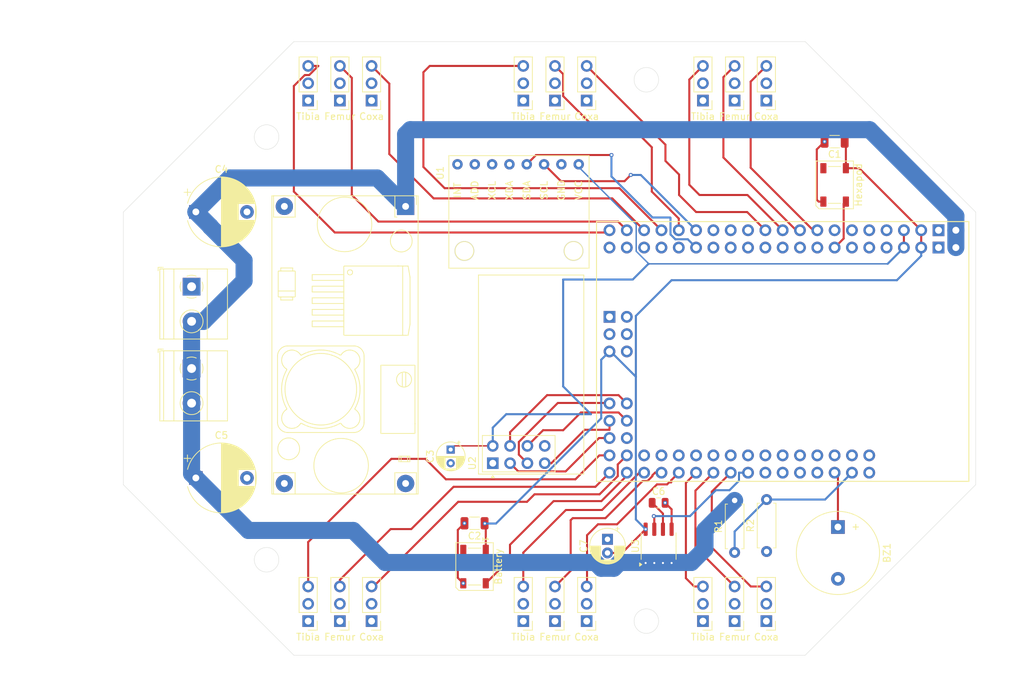
<source format=kicad_pcb>
(kicad_pcb (version 20240108) (generator "pcbnew") (generator_version "8.0")
  (layers (0 "F.Cu" signal "Signal") (1 "In1.Cu" power "Ground") (2 "In2.Cu" power "Power") (31 "B.Cu" signal "Back") (34 "B.Paste" user) (35 "F.Paste" user) (36 "B.SilkS" user "B.Silkscreen") (37 "F.SilkS" user "F.Silkscreen") (38 "B.Mask" user) (39 "F.Mask" user) (44 "Edge.Cuts" user))
  (net 0 "")
  (net 1 "+5V")
  (net 2 "GND")
  (net 3 "LED1")
  (net 4 "LED2")
  (net 6 "S1")
  (net 7 "VIN")
  (net 8 "S2")
  (net 9 "S3")
  (net 10 "S4")
  (net 11 "S5")
  (net 12 "S6")
  (net 13 "S7")
  (net 14 "S8")
  (net 15 "S9")
  (net 16 "S10")
  (net 17 "S11")
  (net 18 "S12")
  (net 19 "S13")
  (net 20 "S14")
  (net 21 "S15")
  (net 22 "S16")
  (net 23 "S17")
  (net 24 "S18")
  (net 25 "SDA")
  (net 30 "+3.3V")
  (net 31 "SCL")
  (net 32 "MISO")
  (net 33 "CSN")
  (net 35 "SCK")
  (net 37 "MOSI")
  (net 39 "VD Reading")
  (net 40 "Buzzer")
  (net 47 "Net-(U3-FILTER)")
  (net 64 "Current Reading")
  (net 88 "CE")
  (net 89 "S+")
  (footprint "Connector_PinHeader_2.54mm:PinHeader_1x03_P2.54mm_Vertical" (layer "F.Cu") (at 143.65 53.65 180)
    (property "Reference" "Tibia")
    (property "Value" "Conn_01x03_Pin" (hide yes))
  )
  (footprint "LED_SMD:LED_WS2812B_PLCC4_5.0x5.0mm_P3.2mm" (layer "F.Cu") (at 189.315 66.02 -90)
    (property "Reference" "Hexapod")
    (property "Value" "WS2812B" (hide yes))
  )
  (footprint "Capacitor_SMD:C_1206_3216Metric" (layer "F.Cu") (at 189.315 59.67 180)
    (property "Reference" "C1")
    (property "Value" "104 0.1μF" (hide yes))
  )
  (footprint "TerminalBlock_Phoenix:TerminalBlock_Phoenix_MKDS-1,5-2-5.08_1x02_P5.08mm_Horizontal" (layer "F.Cu") (at 95 80.95 -90)
    (property "Reference" "J1" (hide yes))
    (property "Value" "Battery" (hide yes))
  )
  (footprint "Connector_PinHeader_2.54mm:PinHeader_1x03_P2.54mm_Vertical" (layer "F.Cu") (at 174.65 53.65 180)
    (property "Reference" "Femur")
    (property "Value" "Conn_01x03_Pin" (hide yes))
  )
  (footprint "usini_sensors:YAAJ_DCDC_StepDown_LM2596" (layer "F.Cu") (at 126.39 69.17 -90)
    (property "Reference" "REF**" (hide yes))
    (property "Value" "YAAJ_DCDC_StepDown_LM2596" (hide yes))
  )
  (footprint "LED_SMD:LED_WS2812B_PLCC4_5.0x5.0mm_P3.2mm" (layer "F.Cu") (at 136.5 122 -90)
    (property "Reference" "Battery")
    (property "Value" "WS2812B" (hide yes))
  )
  (footprint "Capacitor_THT:CP_Radial_D4.0mm_P2.00mm" (layer "F.Cu") (at 133 104.8395 -90)
    (property "Reference" "C3")
    (property "Value" "16V 22μF" (hide yes))
  )
  (footprint "Capacitor_THT:CP_Radial_D10.0mm_P7.50mm" (layer "F.Cu") (at 95.625 109)
    (property "Reference" "C5")
    (property "Value" "16V 1mF")
  )
  (footprint "Package_SO:SOIC-8_3.9x4.9mm_P1.27mm" (layer "F.Cu") (at 163.5 119 90)
    (property "Reference" "U3")
    (property "Value" "ACS712xLCTR-05B" (hide yes))
  )
  (footprint "Buzzer_Beeper:Buzzer_12x9.5RM7.6" (layer "F.Cu") (at 189.8 116.2 -90)
    (property "Reference" "BZ1")
    (property "Value" "Buzzer")
  )
  (footprint "Connector_PinHeader_2.54mm:PinHeader_1x03_P2.54mm_Vertical" (layer "F.Cu") (at 148.3 130 180)
    (property "Reference" "Femur")
    (property "Value" "Conn_01x03_Pin" (hide yes))
  )
  (footprint "Connector_PinHeader_2.54mm:PinHeader_1x03_P2.54mm_Vertical" (layer "F.Cu") (at 152.95 53.65 180)
    (property "Reference" "Coxa")
    (property "Value" "Conn_01x03_Pin" (hide yes))
  )
  (footprint "Connector_PinHeader_2.54mm:PinHeader_1x03_P2.54mm_Vertical" (layer "F.Cu") (at 179.3 130 180)
    (property "Reference" "Coxa")
    (property "Value" "Conn_01x03_Pin" (hide yes))
  )
  (footprint "Capacitor_THT:CP_Radial_D5.0mm_P2.00mm" (layer "F.Cu") (at 156 118 -90)
    (property "Reference" "C7")
    (property "Value" "50V 0.1μF" (hide yes))
  )
  (footprint "Connector_PinHeader_2.54mm:PinHeader_1x03_P2.54mm_Vertical" (layer "F.Cu") (at 174.65 130 180)
    (property "Reference" "Femur")
    (property "Value" "Conn_01x03_Pin" (hide yes))
  )
  (footprint "Connector_PinHeader_2.54mm:PinHeader_1x03_P2.54mm_Vertical" (layer "F.Cu") (at 179.3 53.65 180)
    (property "Reference" "Coxa")
    (property "Value" "Conn_01x03_Pin" (hide yes))
  )
  (footprint "Connector_PinHeader_2.54mm:PinHeader_1x03_P2.54mm_Vertical" (layer "F.Cu") (at 121.4 53.65 180)
    (property "Reference" "Coxa")
    (property "Value" "Conn_01x03_Pin" (hide yes))
  )
  (footprint "Capacitor_SMD:C_0805_2012Metric" (layer "F.Cu") (at 163.5 112.65)
    (property "Reference" "C6")
    (property "Value" "102 1nf" (hide yes))
  )
  (footprint "Connector_PinHeader_2.54mm:PinHeader_1x03_P2.54mm_Vertical" (layer "F.Cu") (at 112.1 130 180)
    (property "Reference" "Tibia")
    (property "Value" "Conn_01x03_Pin" (hide yes))
  )
  (footprint "Connector_PinHeader_2.54mm:PinHeader_1x03_P2.54mm_Vertical" (layer "F.Cu") (at 116.75 130 180)
    (property "Reference" "Femur")
    (property "Value" "Conn_01x03_Pin" (hide yes))
  )
  (footprint "Connector_PinHeader_2.54mm:PinHeader_1x03_P2.54mm_Vertical" (layer "F.Cu") (at 170 130 180)
    (property "Reference" "Tibia")
    (property "Value" "Conn_01x03_Pin" (hide yes))
  )
  (footprint "RF_Module:nRF24L01_Breakout" (layer "F.Cu") (at 139.175 106.8395 90)
    (property "Reference" "U2")
    (property "Value" "NRF24L01_Breakout")
  )
  (footprint "Arduino Library:Clone_Mega2560_Pro_Socket" (layer "F.Cu") (at 209 109.5 180)
    (property "Reference" "A1" (hide yes))
    (property "Value" "Aurduino Mega 2560 Pro" (hide yes))
  )
  (footprint "Connector_PinHeader_2.54mm:PinHeader_1x03_P2.54mm_Vertical" (layer "F.Cu") (at 143.65 130 180)
    (property "Reference" "Tibia")
    (property "Value" "Conn_01x03_Pin" (hide yes))
  )
  (footprint "Connector_PinHeader_2.54mm:PinHeader_1x03_P2.54mm_Vertical" (layer "F.Cu") (at 121.4 130 180)
    (property "Reference" "Coxa")
    (property "Value" "Conn_01x03_Pin" (hide yes))
  )
  (footprint "Connector_PinHeader_2.54mm:PinHeader_1x03_P2.54mm_Vertical" (layer "F.Cu") (at 152.95 130 180)
    (property "Reference" "Coxa")
    (property "Value" "Conn_01x03_Pin" (hide yes))
  )
  (footprint "Capacitor_THT:CP_Radial_D10.0mm_P7.50mm" (layer "F.Cu") (at 95.625 69.98)
    (property "Reference" "C4")
    (property "Value" "16V 1mF" (hide yes))
  )
  (footprint "Connector_PinHeader_2.54mm:PinHeader_1x03_P2.54mm_Vertical" (layer "F.Cu") (at 112.1 53.65 180)
    (property "Reference" "Tibia")
    (property "Value" "Conn_01x03_Pin" (hide yes))
  )
  (footprint "Capacitor_SMD:C_1206_3216Metric" (layer "F.Cu") (at 136.5 115.65 180)
    (property "Reference" "C2")
    (property "Value" "104 0.1μF" (hide yes))
  )
  (footprint "Connector_PinHeader_2.54mm:PinHeader_1x03_P2.54mm_Vertical" (layer "F.Cu") (at 170 53.65 180)
    (property "Reference" "Tibia")
    (property "Value" "Conn_01x03_Pin" (hide yes))
  )
  (footprint "Resistor_THT:R_Axial_DIN0207_L6.3mm_D2.5mm_P7.62mm_Horizontal" (layer "F.Cu") (at 179.3376 119.79 90)
    (property "Reference" "R2")
    (property "Value" "100kΩ" (hide yes))
  )
  (footprint "Connector_PinHeader_2.54mm:PinHeader_1x03_P2.54mm_Vertical" (layer "F.Cu") (at 148.3 53.65 180)
    (property "Reference" "Femur")
    (property "Value" "Conn_01x03_Pin" (hide yes))
  )
  (footprint "usini_sensors:module_mpu6050" (layer "F.Cu") (at 134 63 -90)
    (property "Reference" "U1")
    (property "Value" "MPU6050" (hide yes))
  )
  (footprint "Resistor_THT:R_Axial_DIN0207_L6.3mm_D2.5mm_P7.62mm_Horizontal" (layer "F.Cu") (at 174.65 119.92 90)
    (property "Reference" "R1")
    (property "Value" "100kΩ" (hide yes))
  )
  (footprint "TerminalBlock_Phoenix:TerminalBlock_Phoenix_MKDS-1,5-2-5.08_1x02_P5.08mm_Horizontal" (layer "F.Cu") (at 95 92.95 -90)
    (property "Reference" "J1" (hide yes))
    (property "Value" "Battery" (hide yes))
  )
  (footprint "Connector_PinHeader_2.54mm:PinHeader_1x03_P2.54mm_Vertical" (layer "F.Cu") (at 116.75 53.65 180)
    (property "Reference" "Femur")
    (property "Value" "Conn_01x03_Pin" (hide yes))
  )
  (gr_circle (center 106 121) (end 107.8 121) (stroke (width 0.05)) (fill none) (layer "Edge.Cuts"))
  (gr_line (start 185 45) (end 210 70) (stroke (width 0.05)) (layer "Edge.Cuts"))
  (gr_circle (center 161.7 130) (end 163.5 130) (stroke (width 0.05)) (fill none) (layer "Edge.Cuts"))
  (gr_line (start 110 135) (end 85 110) (stroke (width 0.05)) (layer "Edge.Cuts"))
  (gr_circle (center 106 59) (end 106 57.2) (stroke (width 0.05)) (fill none) (layer "Edge.Cuts"))
  (gr_line (start 185 135) (end 210 110) (stroke (width 0.05)) (layer "Edge.Cuts"))
  (gr_line (start 85 70) (end 110 45) (stroke (width 0.05)) (layer "Edge.Cuts"))
  (gr_circle (center 135.01 75.72) (end 136.41 75.4) (stroke (width 0.05)) (fill none) (layer "Edge.Cuts"))
  (gr_line (start 210 70) (end 210 110) (stroke (width 0.05)) (layer "Edge.Cuts"))
  (gr_line (start 110 45) (end 185 45) (stroke (width 0.05)) (layer "Edge.Cuts"))
  (gr_line (start 110 135) (end 185 135) (stroke (width 0.05)) (layer "Edge.Cuts"))
  (gr_line (start 85 110) (end 85 70) (stroke (width 0.05)) (layer "Edge.Cuts"))
  (gr_circle (center 151.02 75.706105) (end 152.42 75.386105) (stroke (width 0.05)) (fill none) (layer "Edge.Cuts"))
  (gr_circle (center 161.7 50.6) (end 163.5 50.6) (stroke (width 0.05)) (fill none) (layer "Edge.Cuts"))
  (segment (start 161.595 116.525) (end 158.12 120) (width 0.3) (layer "F.Cu") (net 1))
  (segment (start 158.12 120) (end 156 120) (width 0.3) (layer "F.Cu") (net 1))
  (segment (start 190.965 59.845) (end 190.79 59.67) (width 0.3) (layer "F.Cu") (net 1))
  (segment (start 138.0125 115.6875) (end 137.975 115.65) (width 0.3) (layer "F.Cu") (net 1))
  (segment (start 190.965 63.57) (end 190.965 59.845) (width 0.3) (layer "F.Cu") (net 1))
  (segment (start 190.965 63.57) (end 192.915 63.57) (width 0.3) (layer "F.Cu") (net 1))
  (segment (start 202.015 72.67) (end 202.015 75.21) (width 0.3) (layer "F.Cu") (net 1))
  (segment (start 138.15 119.55) (end 138.15 115.825) (width 0.3) (layer "F.Cu") (net 1))
  (segment (start 138.15 115.825) (end 138.0125 115.6875) (width 0.3) (layer "F.Cu") (net 1))
  (segment (start 192.915 63.57) (end 202.015 72.67) (width 0.3) (layer "F.Cu") (net 1))
  (via (at 161.595 116.525) (size 0.6) (drill 0.3) (layers "F.Cu" "B.Cu") (net 1))
  (via (at 138.0125 115.6875) (size 0.6) (drill 0.3) (layers "F.Cu" "B.Cu") (net 1))
  (segment (start 155.0814 91.6636) (end 155.0814 100.250157) (width 0.3) (layer "B.Cu") (net 1))
  (segment (start 155.0814 100.250157) (end 139.644057 115.6875) (width 0.3) (layer "B.Cu") (net 1))
  (segment (start 198.446314 80) (end 165.4 80) (width 0.3) (layer "B.Cu") (net 1))
  (segment (start 160.1614 115.0914) (end 160.1614 94.154973) (width 0.3) (layer "B.Cu") (net 1))
  (segment (start 160.1614 94.154973) (end 156.456427 90.45) (width 0.3) (layer "B.Cu") (net 1))
  (segment (start 139.644057 115.6875) (end 138.0125 115.6875) (width 0.3) (layer "B.Cu") (net 1))
  (segment (start 161.595 116.525) (end 160.1614 115.0914) (width 0.3) (layer "B.Cu") (net 1))
  (segment (start 165.4 80) (end 160.1614 85.2386) (width 0.3) (layer "B.Cu") (net 1))
  (segment (start 156.456427 90.45) (end 156.295 90.45) (width 0.3) (layer "B.Cu") (net 1))
  (segment (start 202.015 76.431314) (end 198.446314 80) (width 0.3) (layer "B.Cu") (net 1))
  (segment (start 160.1614 85.2386) (end 160.1614 94.154973) (width 0.3) (layer "B.Cu") (net 1))
  (segment (start 202.015 75.21) (end 202.015 76.431314) (width 0.3) (layer "B.Cu") (net 1))
  (segment (start 156.295 90.45) (end 155.0814 91.6636) (width 0.3) (layer "B.Cu") (net 1))
  (segment (start 186.7 60.81) (end 187.84 59.67) (width 0.3) (layer "F.Cu") (net 2))
  (segment (start 186.7 68.2) (end 186.7 60.81) (width 0.3) (layer "F.Cu") (net 2))
  (segment (start 155.9775 85.6875) (end 156.295 85.37) (width 0.5) (layer "F.Cu") (net 2))
  (segment (start 187.665 68.47) (end 186.97 68.47) (width 0.3) (layer "F.Cu") (net 2))
  (segment (start 186.97 68.47) (end 186.7 68.2) (width 0.3) (layer "F.Cu") (net 2))
  (segment (start 134.85 124.45) (end 134.05 123.65) (width 0.3) (layer "F.Cu") (net 2))
  (segment (start 165.405 116.525) (end 165.405 113.605) (width 0.3) (layer "F.Cu") (net 2))
  (segment (start 134.05 123.65) (end 134.05 116.625) (width 0.3) (layer "F.Cu") (net 2))
  (segment (start 165.405 113.605) (end 164.45 112.65) (width 0.3) (layer "F.Cu") (net 2))
  (segment (start 134.05 116.625) (end 135.025 115.65) (width 0.3) (layer "F.Cu") (net 2))
  (via (at 164.45 112.65) (size 0.6) (drill 0.3) (layers "F.Cu" "B.Cu") (net 2))
  (via (at 134.85 124.45) (size 0.6) (drill 0.3) (layers "F.Cu" "B.Cu") (net 2))
  (via (at 135.025 115.65) (size 0.6) (drill 0.3) (layers "F.Cu" "B.Cu") (net 2))
  (via (at 187.84 59.67) (size 0.6) (drill 0.3) (layers "F.Cu" "B.Cu") (net 2))
  (segment (start 190.6414 73.8836) (end 189.315 75.21) (width 0.3) (layer "F.Cu") (net 3))
  (segment (start 190.6414 68.7936) (end 190.6414 73.8836) (width 0.3) (layer "F.Cu") (net 3))
  (segment (start 190.965 68.47) (end 190.6414 68.7936) (width 0.3) (layer "F.Cu") (net 3))
  (segment (start 158.835 108.665) (end 158.835 108.23) (width 0.3) (layer "F.Cu") (net 4))
  (segment (start 148.1 112.4) (end 155.1 112.4) (width 0.3) (layer "F.Cu") (net 4))
  (segment (start 141.7 120.9) (end 141.7 118.8) (width 0.3) (layer "F.Cu") (net 4))
  (segment (start 141.7 118.8) (end 148.1 112.4) (width 0.3) (layer "F.Cu") (net 4))
  (segment (start 138.15 124.45) (end 141.7 120.9) (width 0.3) (layer "F.Cu") (net 4))
  (segment (start 155.1 112.4) (end 158.835 108.665) (width 0.3) (layer "F.Cu") (net 4))
  (segment (start 171.3 119.2) (end 171.3 111.005) (width 0.3) (layer "F.Cu") (net 6))
  (segment (start 177.02 124.92) (end 171.3 119.2) (width 0.3) (layer "F.Cu") (net 6))
  (segment (start 179.3 124.92) (end 177.02 124.92) (width 0.3) (layer "F.Cu") (net 6))
  (segment (start 171.3 111.005) (end 174.075 108.23) (width 0.3) (layer "F.Cu") (net 6))
  (via (at 165.405 121.475) (size 0.6) (drill 0.3) (layers "F.Cu" "B.Cu") (net 7))
  (via (at 161.595 121.475) (size 0.6) (drill 0.3) (layers "F.Cu" "B.Cu") (net 7))
  (via (at 162.865 121.475) (size 0.6) (drill 0.3) (layers "F.Cu" "B.Cu") (net 7))
  (via (at 164.135 121.475) (size 0.6) (drill 0.3) (layers "F.Cu" "B.Cu") (net 7))
  (segment (start 126.39 58.61) (end 126.39 69.17) (width 2.5) (layer "B.Cu") (net 7))
  (segment (start 95 108.375) (end 95.625 109) (width 2.5) (layer "B.Cu") (net 7))
  (segment (start 95.625 109) (end 103.325 116.7) (width 2.5) (layer "B.Cu") (net 7))
  (segment (start 154.218019 121.4) (end 155.068019 122.25) (width 2.5) (layer "B.Cu") (net 7))
  (segment (start 102.7 80.09) (end 96.76 86.03) (width 2.5) (layer "B.Cu") (net 7))
  (segment (start 168.3 121.4) (end 170.3 119.4) (width 2.5) (layer "B.Cu") (net 7))
  (segment (start 207.095 70.5828) (end 194.4322 57.92) (width 2.5) (layer "B.Cu") (net 7))
  (segment (start 207.095 72.67) (end 207.095 75.21) (width 2.5) (layer "B.Cu") (net 7))
  (segment (start 207.095 72.67) (end 207.095 70.5828) (width 2.5) (layer "B.Cu") (net 7))
  (segment (start 156.931981 122.25) (end 157.781981 121.4) (width 2.5) (layer "B.Cu") (net 7))
  (segment (start 102.7 77.1) (end 102.7 80.09) (width 2.5) (layer "B.Cu") (net 7))
  (segment (start 126.39 69.17) (end 122.22 65) (width 2.5) (layer "B.Cu") (net 7))
  (segment (start 97.75 72.15) (end 102.7 77.1) (width 2.5) (layer "B.Cu") (net 7))
  (segment (start 122.22 65) (end 100.605 65) (width 2.5) (layer "B.Cu") (net 7))
  (segment (start 95 92.95) (end 95 98.03) (width 2.5) (layer "B.Cu") (net 7))
  (segment (start 127.08 57.92) (end 126.39 58.61) (width 2.5) (layer "B.Cu") (net 7))
  (segment (start 170.3 116.65) (end 174.65 112.3) (width 2.5) (layer "B.Cu") (net 7))
  (segment (start 123.4 121.4) (end 154.218019 121.4) (width 2.5) (layer "B.Cu") (net 7))
  (segment (start 155.068019 122.25) (end 156.931981 122.25) (width 2.5) (layer "B.Cu") (net 7))
  (segment (start 96.76 86.03) (end 95 86.03) (width 2.5) (layer "B.Cu") (net 7))
  (segment (start 97.75 72.105) (end 97.75 72.15) (width 2.5) (layer "B.Cu") (net 7))
  (segment (start 157.781981 121.4) (end 168.3 121.4) (width 2.5) (layer "B.Cu") (net 7))
  (segment (start 95.625 69.98) (end 97.75 72.105) (width 2.5) (layer "B.Cu") (net 7))
  (segment (start 170.3 119.4) (end 170.3 116.65) (width 2.5) (layer "B.Cu") (net 7))
  (segment (start 95 86.03) (end 95 92.95) (width 2.5) (layer "B.Cu") (net 7))
  (segment (start 118.7 116.7) (end 123.4 121.4) (width 2.5) (layer "B.Cu") (net 7))
  (segment (start 103.325 116.7) (end 118.7 116.7) (width 2.5) (layer "B.Cu") (net 7))
  (segment (start 95 98.03) (end 95 108.375) (width 2.5) (layer "B.Cu") (net 7))
  (segment (start 194.4322 57.92) (end 127.08 57.92) (width 2.5) (layer "B.Cu") (net 7))
  (segment (start 100.605 65) (end 95.625 69.98) (width 2.5) (layer "B.Cu") (net 7))
  (segment (start 168.9 110.865) (end 171.535 108.23) (width 0.3) (layer "F.Cu") (net 8))
  (segment (start 174.65 124.92) (end 168.9 119.17) (width 0.3) (layer "F.Cu") (net 8))
  (segment (start 168.9 119.17) (end 168.9 110.865) (width 0.3) (layer "F.Cu") (net 8))
  (segment (start 167.5 109.725) (end 168.995 108.23) (width 0.3) (layer "F.Cu") (net 9))
  (segment (start 170 124.92) (end 168.72 124.92) (width 0.3) (layer "F.Cu") (net 9))
  (segment (start 167.5 123.7) (end 167.5 109.725) (width 0.3) (layer "F.Cu") (net 9))
  (segment (start 168.72 124.92) (end 167.5 123.7) (width 0.3) (layer "F.Cu") (net 9))
  (segment (start 163.2564 109.9436) (end 164.7414 109.9436) (width 0.3) (layer "F.Cu") (net 10))
  (segment (start 153 124.87) (end 153 117.4) (width 0.3) (layer "F.Cu") (net 10))
  (segment (start 154.6 115.8) (end 157.4 115.8) (width 0.3) (layer "F.Cu") (net 10))
  (segment (start 165.3425 109.6425) (end 165.3425 109.3425) (width 0.3) (layer "F.Cu") (net 10))
  (segment (start 152.95 124.92) (end 153 124.87) (width 0.3) (layer "F.Cu") (net 10))
  (segment (start 157.4 115.8) (end 163.2564 109.9436) (width 0.3) (layer "F.Cu") (net 10))
  (segment (start 165.0425 109.6425) (end 165.3425 109.6425) (width 0.3) (layer "F.Cu") (net 10))
  (segment (start 153 117.4) (end 154.6 115.8) (width 0.3) (layer "F.Cu") (net 10))
  (segment (start 164.7414 109.9436) (end 165.0425 109.6425) (width 0.3) (layer "F.Cu") (net 10))
  (segment (start 165.3425 109.3425) (end 166.455 108.23) (width 0.3) (layer "F.Cu") (net 10))
  (segment (start 162.97 108.23) (end 162.5886 108.6114) (width 0.3) (layer "F.Cu") (net 11))
  (segment (start 150.6 115.2) (end 150.6 122.62) (width 0.3) (layer "F.Cu") (net 11))
  (segment (start 162.5886 108.73269) (end 161.87769 109.4436) (width 0.3) (layer "F.Cu") (net 11))
  (segment (start 150.9 114.9) (end 150.6 115.2) (width 0.3) (layer "F.Cu") (net 11))
  (segment (start 161.87769 109.4436) (end 161.1564 109.4436) (width 0.3) (layer "F.Cu") (net 11))
  (segment (start 150.6 122.62) (end 148.3 124.92) (width 0.3) (layer "F.Cu") (net 11))
  (segment (start 163.915 108.23) (end 162.97 108.23) (width 0.3) (layer "F.Cu") (net 11))
  (segment (start 155.7 114.9) (end 150.9 114.9) (width 0.3) (layer "F.Cu") (net 11))
  (segment (start 161.1564 109.4436) (end 155.7 114.9) (width 0.3) (layer "F.Cu") (net 11))
  (segment (start 162.5886 108.6114) (end 162.5886 108.73269) (width 0.3) (layer "F.Cu") (net 11))
  (segment (start 149.9 113.7) (end 155.2 113.7) (width 0.3) (layer "F.Cu") (net 12))
  (segment (start 160.67 108.23) (end 161.375 108.23) (width 0.3) (layer "F.Cu") (net 12))
  (segment (start 155.2 113.7) (end 160.67 108.23) (width 0.3) (layer "F.Cu") (net 12))
  (segment (start 143.65 124.92) (end 143.65 119.95) (width 0.3) (layer "F.Cu") (net 12))
  (segment (start 143.65 119.95) (end 149.9 113.7) (width 0.3) (layer "F.Cu") (net 12))
  (segment (start 157.5086 107.0164) (end 158.835 105.69) (width 0.3) (layer "F.Cu") (net 13))
  (segment (start 145.3 111.4) (end 154.84129 111.4) (width 0.3) (layer "F.Cu") (net 13))
  (segment (start 144.2 112.5) (end 145.3 111.4) (width 0.3) (layer "F.Cu") (net 13))
  (segment (start 121.68 124.92) (end 134.1 112.5) (width 0.3) (layer "F.Cu") (net 13))
  (segment (start 121.4 124.92) (end 121.68 124.92) (width 0.3) (layer "F.Cu") (net 13))
  (segment (start 134.1 112.5) (end 144.2 112.5) (width 0.3) (layer "F.Cu") (net 13))
  (segment (start 157.5086 108.73269) (end 157.5086 107.0164) (width 0.3) (layer "F.Cu") (net 13))
  (segment (start 154.84129 111.4) (end 157.5086 108.73269) (width 0.3) (layer "F.Cu") (net 13))
  (segment (start 127.22 116.5) (end 124.2 116.5) (width 0.3) (layer "F.Cu") (net 14))
  (segment (start 156.295 108.23) (end 154.225 110.3) (width 0.3) (layer "F.Cu") (net 14))
  (segment (start 154.225 110.3) (end 133.42 110.3) (width 0.3) (layer "F.Cu") (net 14))
  (segment (start 124.2 116.5) (end 116.75 123.95) (width 0.3) (layer "F.Cu") (net 14))
  (segment (start 133.42 110.3) (end 127.22 116.5) (width 0.3) (layer "F.Cu") (net 14))
  (segment (start 116.75 123.95) (end 116.75 124.92) (width 0.3) (layer "F.Cu") (net 14))
  (segment (start 151.3 109.2) (end 132.3 109.2) (width 0.3) (layer "F.Cu") (net 15))
  (segment (start 112.1 118.4) (end 112.1 124.92) (width 0.3) (layer "F.Cu") (net 15))
  (segment (start 156.295 105.69) (end 154.81 105.69) (width 0.3) (layer "F.Cu") (net 15))
  (segment (start 132.3 109.2) (end 129.3 106.2) (width 0.3) (layer "F.Cu") (net 15))
  (segment (start 129.3 106.2) (end 124.3 106.2) (width 0.3) (layer "F.Cu") (net 15))
  (segment (start 124.3 106.2) (end 112.1 118.4) (width 0.3) (layer "F.Cu") (net 15))
  (segment (start 154.81 105.69) (end 151.3 109.2) (width 0.3) (layer "F.Cu") (net 15))
  (segment (start 177 63.5) (end 186.17 72.67) (width 0.3) (layer "F.Cu") (net 16))
  (segment (start 179.3 48.57) (end 177 50.87) (width 0.3) (layer "F.Cu") (net 16))
  (segment (start 177 50.87) (end 177 63.5) (width 0.3) (layer "F.Cu") (net 16))
  (segment (start 186.17 72.67) (end 186.775 72.67) (width 0.3) (layer "F.Cu") (net 16))
  (segment (start 183.67 72.67) (end 184.235 72.67) (width 0.3) (layer "F.Cu") (net 17))
  (segment (start 173 50.22) (end 173 62) (width 0.3) (layer "F.Cu") (net 17))
  (segment (start 174.65 48.57) (end 173 50.22) (width 0.3) (layer "F.Cu") (net 17))
  (segment (start 173 62) (end 183.67 72.67) (width 0.3) (layer "F.Cu") (net 17))
  (segment (start 168 50.57) (end 168 66) (width 0.3) (layer "F.Cu") (net 18))
  (segment (start 168 66) (end 169.5 67.5) (width 0.3) (layer "F.Cu") (net 18))
  (segment (start 176.525 67.5) (end 181.695 72.67) (width 0.3) (layer "F.Cu") (net 18))
  (segment (start 169.5 67.5) (end 176.525 67.5) (width 0.3) (layer "F.Cu") (net 18))
  (segment (start 170 48.57) (end 168 50.57) (width 0.3) (layer "F.Cu") (net 18))
  (segment (start 164.5 60.12) (end 164.5 62.5) (width 0.3) (layer "F.Cu") (net 19))
  (segment (start 176.485 70) (end 179.155 72.67) (width 0.3) (layer "F.Cu") (net 19))
  (segment (start 169 70) (end 176.485 70) (width 0.3) (layer "F.Cu") (net 19))
  (segment (start 166.5 67.5) (end 169 70) (width 0.3) (layer "F.Cu") (net 19))
  (segment (start 166.5 64.5) (end 166.5 67.5) (width 0.3) (layer "F.Cu") (net 19))
  (segment (start 152.95 48.57) (end 164.5 60.12) (width 0.3) (layer "F.Cu") (net 19))
  (segment (start 164.5 62.5) (end 166.5 64.5) (width 0.3) (layer "F.Cu") (net 19))
  (segment (start 149.5 49.77) (end 148.3 48.57) (width 0.3) (layer "F.Cu") (net 20))
  (segment (start 155 58.5) (end 149.5 53) (width 0.3) (layer "F.Cu") (net 20))
  (segment (start 162.5 60.5) (end 160.5 58.5) (width 0.3) (layer "F.Cu") (net 20))
  (segment (start 162.5 67) (end 162.5 60.5) (width 0.3) (layer "F.Cu") (net 20))
  (segment (start 149.5 53) (end 149.5 49.77) (width 0.3) (layer "F.Cu") (net 20))
  (segment (start 160.5 58.5) (end 155 58.5) (width 0.3) (layer "F.Cu") (net 20))
  (segment (start 166.455 70.955) (end 162.5 67) (width 0.3) (layer "F.Cu") (net 20))
  (segment (start 166.455 72.67) (end 166.455 70.955) (width 0.3) (layer "F.Cu") (net 20))
  (segment (start 129.93 48.57) (end 129 49.5) (width 0.3) (layer "F.Cu") (net 21))
  (segment (start 143.65 48.57) (end 129.93 48.57) (width 0.3) (layer "F.Cu") (net 21))
  (segment (start 132.112 66.5) (end 157.745 66.5) (width 0.3) (layer "F.Cu") (net 21))
  (segment (start 157.745 66.5) (end 163.915 72.67) (width 0.3) (layer "F.Cu") (net 21))
  (segment (start 129 49.5) (end 129 63.388) (width 0.3) (layer "F.Cu") (net 21))
  (segment (start 129 63.388) (end 132.112 66.5) (width 0.3) (layer "F.Cu") (net 21))
  (segment (start 156.705 68) (end 161.375 72.67) (width 0.3) (layer "F.Cu") (net 22))
  (segment (start 124 51.17) (end 124 61.5) (width 0.3) (layer "F.Cu") (net 22))
  (segment (start 121.4 48.57) (end 124 51.17) (width 0.3) (layer "F.Cu") (net 22))
  (segment (start 124 61.5) (end 130.5 68) (width 0.3) (layer "F.Cu") (net 22))
  (segment (start 130.5 68) (end 156.705 68) (width 0.3) (layer "F.Cu") (net 22))
  (segment (start 116.75 48.57) (end 118.5 50.32) (width 0.3) (layer "F.Cu") (net 23))
  (segment (start 122.4 71.4) (end 157.565 71.4) (width 0.3) (layer "F.Cu") (net 23))
  (segment (start 157.565 71.4) (end 158.835 72.67) (width 0.3) (layer "F.Cu") (net 23))
  (segment (start 118.5 50.32) (end 118.5 67.5) (width 0.3) (layer "F.Cu") (net 23))
  (segment (start 118.5 67.5) (end 122.4 71.4) (width 0.3) (layer "F.Cu") (net 23))
  (segment (start 112.245 49.91) (end 111.602943 49.91) (width 0.3) (layer "F.Cu") (net 24))
  (segment (start 155.965 73) (end 156.295 72.67) (width 0.3) (layer "F.Cu") (net 24))
  (segment (start 111.602943 49.91) (end 110 51.512943) (width 0.3) (layer "F.Cu") (net 24))
  (segment (start 113.585 48.57) (end 112.245 49.91) (width 0.3) (layer "F.Cu") (net 24))
  (segment (start 112.1 48.57) (end 113.585 48.57) (width 0.3) (layer "F.Cu") (net 24))
  (segment (start 110 67) (end 116 73) (width 0.3) (layer "F.Cu") (net 24))
  (segment (start 116 73) (end 155.965 73) (width 0.3) (layer "F.Cu") (net 24))
  (segment (start 110 51.512943) (end 110 67) (width 0.3) (layer "F.Cu") (net 24))
  (segment (start 145.5248 61.6352) (end 156.5798 61.6352) (width 0.3) (layer "F.Cu") (net 25))
  (segment (start 144.16 63) (end 145.5248 61.6352) (width 0.3) (layer "F.Cu") (net 25))
  (via (at 156.5798 61.6352) (size 0.6) (drill 0.3) (layers "F.Cu" "B.Cu") (net 25))
  (segment (start 165.2414 70.8586) (end 165.2414 73.28549) (width 0.3) (layer "B.Cu") (net 25))
  (segment (start 167.7814 73.9964) (end 168.995 75.21) (width 0.3) (layer "B.Cu") (net 25))
  (segment (start 165.95231 73.9964) (end 167.7814 73.9964) (width 0.3) (layer "B.Cu") (net 25))
  (segment (start 165.2414 73.28549) (end 165.95231 73.9964) (width 0.3) (layer "B.Cu") (net 25))
  (segment (start 165.1828 70.8) (end 165.2414 70.8586) (width 0.3) (layer "B.Cu") (net 25))
  (segment (start 156.5798 64.7798) (end 162.6 70.8) (width 0.3) (layer "B.Cu") (net 25))
  (segment (start 162.6 70.8) (end 165.1828 70.8) (width 0.3) (layer "B.Cu") (net 25))
  (segment (start 156.5798 61.6352) (end 156.5798 64.7798) (width 0.3) (layer "B.Cu") (net 25))
  (segment (start 133.54 104.2995) (end 133 104.8395) (width 0.2) (layer "F.Cu") (net 30))
  (segment (start 199.475 72.67) (end 199.475 75.21) (width 0.3) (layer "F.Cu") (net 30))
  (segment (start 139.175 104.2995) (end 133.54 104.2995) (width 0.2) (layer "F.Cu") (net 30))
  (segment (start 160.2114 75.7514) (end 162.06 77.6) (width 0.2) (layer "B.Cu") (net 30))
  (segment (start 151.78 63.4) (end 160.2114 71.8314) (width 0.2) (layer "B.Cu") (net 30))
  (segment (start 162 77.6) (end 162.06 77.6) (width 0.3) (layer "B.Cu") (net 30))
  (segment (start 199.475 75.21) (end 197.085 77.6) (width 0.3) (layer "B.Cu") (net 30))
  (segment (start 151.78 63) (end 151.78 63.4) (width 0.2) (layer "B.Cu") (net 30))
  (segment (start 139.175 104.2995) (end 139.175 101.625) (width 0.3) (layer "B.Cu") (net 30))
  (segment (start 159.7 79.9) (end 162 77.6) (width 0.3) (layer "B.Cu") (net 30))
  (segment (start 139.175 101.625) (end 141.15 99.65) (width 0.3) (layer "B.Cu") (net 30))
  (segment (start 160.2114 71.8314) (end 160.2114 75.7514) (width 0.2) (layer "B.Cu") (net 30))
  (segment (start 141.15 99.65) (end 153.575 99.65) (width 0.3) (layer "B.Cu") (net 30))
  (segment (start 162.06 77.6) (end 197.085 77.6) (width 0.2) (layer "B.Cu") (net 30))
  (segment (start 153.575 99.65) (end 149.5 95.575) (width 0.3) (layer "B.Cu") (net 30))
  (segment (start 149.5 79.9) (end 159.7 79.9) (width 0.3) (layer "B.Cu") (net 30))
  (segment (start 149.5 95.575) (end 149.5 79.9) (width 0.3) (layer "B.Cu") (net 30))
  (segment (start 149.1727 65.4727) (end 146.7 63) (width 0.3) (layer "F.Cu") (net 31))
  (segment (start 159.4198 64.5602) (end 158.5073 65.4727) (width 0.3) (layer "F.Cu") (net 31))
  (segment (start 158.5073 65.4727) (end 149.1727 65.4727) (width 0.3) (layer "F.Cu") (net 31))
  (via (at 159.4198 64.5602) (size 0.6) (drill 0.3) (layers "F.Cu" "B.Cu") (net 31))
  (segment (start 159.4198 64.5602) (end 160.8852 64.5602) (width 0.3) (layer "B.Cu") (net 31))
  (segment (start 160.8852 64.5602) (end 168.995 72.67) (width 0.3) (layer "B.Cu") (net 31))
  (segment (start 156.295 100.61) (end 156.295 101.9364) (width 0.3) (layer "F.Cu") (net 32))
  (segment (start 156.295 101.9364) (end 152.6636 101.9364) (width 0.3) (layer "F.Cu") (net 32))
  (segment (start 147.7605 106.8395) (end 146.795 106.8395) (width 0.3) (layer "F.Cu") (net 32))
  (segment (start 152.6636 101.9364) (end 147.7605 106.8395) (width 0.3) (layer "F.Cu") (net 32))
  (segment (start 141.715 102.285) (end 141.715 104.2995) (width 0.3) (layer "F.Cu") (net 33))
  (segment (start 147.1436 96.8564) (end 141.715 102.285) (width 0.3) (layer "F.Cu") (net 33))
  (segment (start 157.6214 96.8564) (end 147.1436 96.8564) (width 0.3) (layer "F.Cu") (net 33))
  (segment (start 158.835 98.07) (end 157.6214 96.8564) (width 0.3) (layer "F.Cu") (net 33))
  (segment (start 156.225 98) (end 156.295 98.07) (width 0.3) (layer "F.Cu") (net 35))
  (segment (start 143 105.5845) (end 143 103.717443) (width 0.3) (layer "F.Cu") (net 35))
  (segment (start 144.234416 106.818916) (end 143.894089 106.478589) (width 0.3) (layer "F.Cu") (net 35))
  (segment (start 148.717443 98) (end 156.225 98) (width 0.3) (layer "F.Cu") (net 35))
  (segment (start 143 103.717443) (end 148.717443 98) (width 0.3) (layer "F.Cu") (net 35))
  (segment (start 143.894089 106.478589) (end 143 105.5845) (width 0.3) (layer "F.Cu") (net 35))
  (segment (start 144.255 106.8395) (end 144.234416 106.818916) (width 0.3) (layer "F.Cu") (net 35))
  (segment (start 158.835 100.61) (end 157.6214 99.3964) (width 0.3) (layer "F.Cu") (net 37))
  (segment (start 149.5 102) (end 146.5545 102) (width 0.3) (layer "F.Cu") (net 37))
  (segment (start 152.1036 99.3964) (end 149.5 102) (width 0.3) (layer "F.Cu") (net 37))
  (segment (start 157.6214 99.3964) (end 152.1036 99.3964) (width 0.3) (layer "F.Cu") (net 37))
  (segment (start 146.5545 102) (end 144.255 104.2995) (width 0.3) (layer "F.Cu") (net 37))
  (segment (start 174.65 116.8576) (end 179.3376 112.17) (width 0.3) (layer "B.Cu") (net 39))
  (segment (start 179.3376 112.17) (end 187.915 112.17) (width 0.3) (layer "B.Cu") (net 39))
  (segment (start 187.915 112.17) (end 191.855 108.23) (width 0.3) (layer "B.Cu") (net 39))
  (segment (start 174.65 119.92) (end 174.65 116.8576) (width 0.3) (layer "B.Cu") (net 39))
  (segment (start 189.8 116.2) (end 189.8 108.715) (width 0.3) (layer "F.Cu") (net 40))
  (segment (start 189.8 108.715) (end 189.315 108.23) (width 0.3) (layer "F.Cu") (net 40))
  (segment (start 164.135 116.525) (end 164.135 114.235) (width 0.3) (layer "F.Cu") (net 47))
  (segment (start 164.135 114.235) (end 162.55 112.65) (width 0.3) (layer "F.Cu") (net 47))
  (segment (start 162.865 116.525) (end 162.865 114.665) (width 0.3) (layer "F.Cu") (net 64))
  (segment (start 162.865 114.665) (end 162.8 114.6) (width 0.3) (layer "F.Cu") (net 64))
  (via (at 162.8 114.6) (size 0.6) (drill 0.3) (layers "F.Cu" "B.Cu") (net 64))
  (segment (start 162.8 114.6) (end 168.1 114.6) (width 0.3) (layer "B.Cu") (net 64))
  (segment (start 173.9 110.8) (end 175.2886 109.4114) (width 0.3) (layer "B.Cu") (net 64))
  (segment (start 171.9 110.8) (end 173.9 110.8) (width 0.3) (layer "B.Cu") (net 64))
  (segment (start 168.1 114.6) (end 171.9 110.8) (width 0.3) (layer "B.Cu") (net 64))
  (segment (start 175.2886 108.23) (end 176.615 108.23) (width 0.3) (layer "B.Cu") (net 64))
  (segment (start 175.2886 109.4114) (end 175.2886 108.23) (width 0.3) (layer "B.Cu") (net 64))
  (segment (start 156.295 103.15) (end 154.75 103.15) (width 0.3) (layer "F.Cu") (net 88))
  (segment (start 154.75 103.15) (end 149.8605 108.0395) (width 0.3) (layer "F.Cu") (net 88))
  (segment (start 149.8605 108.0395) (end 142.915 108.0395) (width 0.3) (layer "F.Cu") (net 88))
  (segment (start 142.915 108.0395) (end 141.715 106.8395) (width 0.3) (layer "F.Cu") (net 88))
)
</source>
